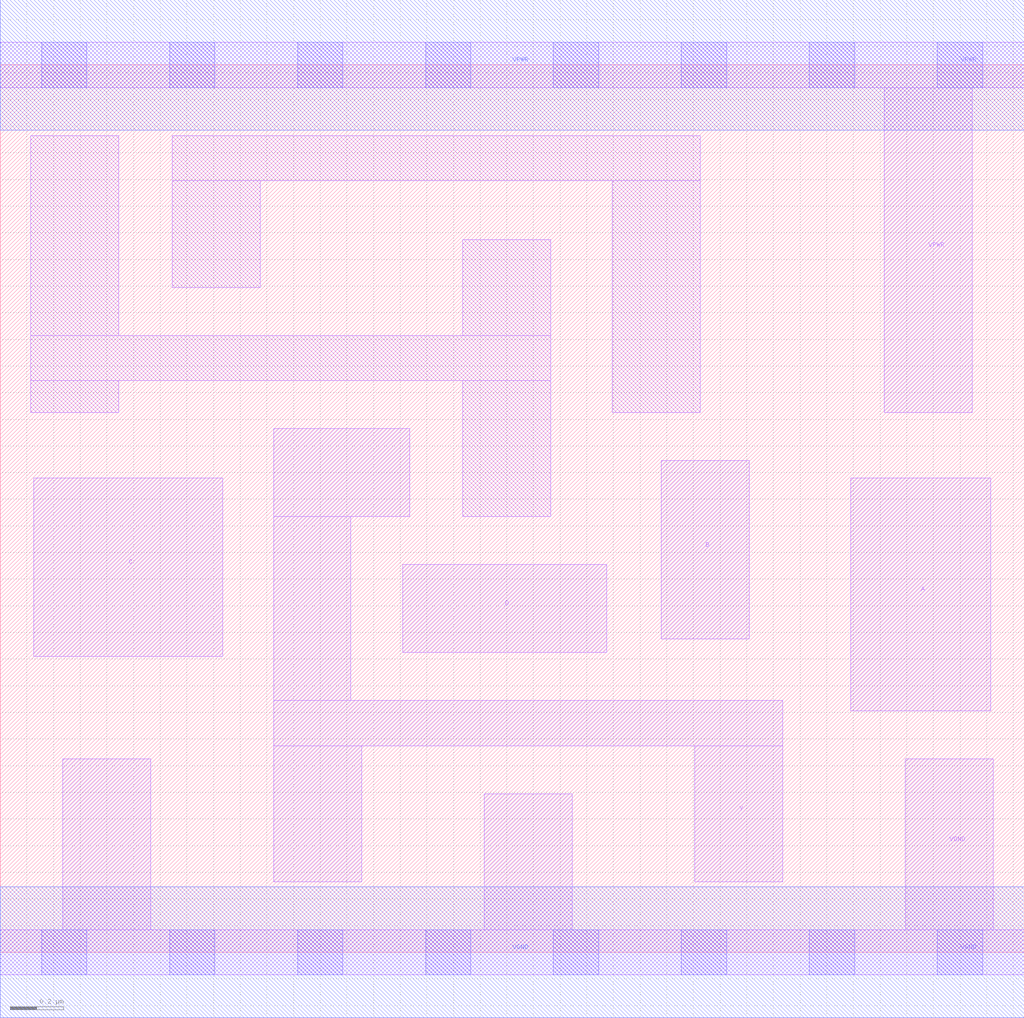
<source format=lef>
# Copyright 2020 The SkyWater PDK Authors
#
# Licensed under the Apache License, Version 2.0 (the "License");
# you may not use this file except in compliance with the License.
# You may obtain a copy of the License at
#
#     https://www.apache.org/licenses/LICENSE-2.0
#
# Unless required by applicable law or agreed to in writing, software
# distributed under the License is distributed on an "AS IS" BASIS,
# WITHOUT WARRANTIES OR CONDITIONS OF ANY KIND, either express or implied.
# See the License for the specific language governing permissions and
# limitations under the License.
#
# SPDX-License-Identifier: Apache-2.0

VERSION 5.7 ;
  NAMESCASESENSITIVE ON ;
  NOWIREEXTENSIONATPIN ON ;
  DIVIDERCHAR "/" ;
  BUSBITCHARS "[]" ;
UNITS
  DATABASE MICRONS 200 ;
END UNITS
MACRO sky130_fd_sc_lp__nor4_lp
  CLASS CORE ;
  SOURCE USER ;
  FOREIGN sky130_fd_sc_lp__nor4_lp ;
  ORIGIN  0.000000  0.000000 ;
  SIZE  3.840000 BY  3.330000 ;
  SYMMETRY X Y R90 ;
  SITE unit ;
  PIN A
    ANTENNAGATEAREA  0.376000 ;
    DIRECTION INPUT ;
    USE SIGNAL ;
    PORT
      LAYER li1 ;
        RECT 3.190000 0.905000 3.715000 1.780000 ;
    END
  END A
  PIN B
    ANTENNAGATEAREA  0.376000 ;
    DIRECTION INPUT ;
    USE SIGNAL ;
    PORT
      LAYER li1 ;
        RECT 2.480000 1.175000 2.810000 1.845000 ;
    END
  END B
  PIN C
    ANTENNAGATEAREA  0.376000 ;
    DIRECTION INPUT ;
    USE SIGNAL ;
    PORT
      LAYER li1 ;
        RECT 0.125000 1.110000 0.835000 1.780000 ;
    END
  END C
  PIN D
    ANTENNAGATEAREA  0.376000 ;
    DIRECTION INPUT ;
    USE SIGNAL ;
    PORT
      LAYER li1 ;
        RECT 1.510000 1.125000 2.275000 1.455000 ;
    END
  END D
  PIN Y
    ANTENNADIFFAREA  0.520200 ;
    DIRECTION OUTPUT ;
    USE SIGNAL ;
    PORT
      LAYER li1 ;
        RECT 1.025000 0.265000 1.355000 0.775000 ;
        RECT 1.025000 0.775000 2.935000 0.945000 ;
        RECT 1.025000 0.945000 1.315000 1.635000 ;
        RECT 1.025000 1.635000 1.535000 1.965000 ;
        RECT 2.605000 0.265000 2.935000 0.775000 ;
    END
  END Y
  PIN VGND
    DIRECTION INOUT ;
    USE GROUND ;
    PORT
      LAYER li1 ;
        RECT 0.000000 -0.085000 3.840000 0.085000 ;
        RECT 0.235000  0.085000 0.565000 0.725000 ;
        RECT 1.815000  0.085000 2.145000 0.595000 ;
        RECT 3.395000  0.085000 3.725000 0.725000 ;
      LAYER mcon ;
        RECT 0.155000 -0.085000 0.325000 0.085000 ;
        RECT 0.635000 -0.085000 0.805000 0.085000 ;
        RECT 1.115000 -0.085000 1.285000 0.085000 ;
        RECT 1.595000 -0.085000 1.765000 0.085000 ;
        RECT 2.075000 -0.085000 2.245000 0.085000 ;
        RECT 2.555000 -0.085000 2.725000 0.085000 ;
        RECT 3.035000 -0.085000 3.205000 0.085000 ;
        RECT 3.515000 -0.085000 3.685000 0.085000 ;
      LAYER met1 ;
        RECT 0.000000 -0.245000 3.840000 0.245000 ;
    END
  END VGND
  PIN VPWR
    DIRECTION INOUT ;
    USE POWER ;
    PORT
      LAYER li1 ;
        RECT 0.000000 3.245000 3.840000 3.415000 ;
        RECT 3.315000 2.025000 3.645000 3.245000 ;
      LAYER mcon ;
        RECT 0.155000 3.245000 0.325000 3.415000 ;
        RECT 0.635000 3.245000 0.805000 3.415000 ;
        RECT 1.115000 3.245000 1.285000 3.415000 ;
        RECT 1.595000 3.245000 1.765000 3.415000 ;
        RECT 2.075000 3.245000 2.245000 3.415000 ;
        RECT 2.555000 3.245000 2.725000 3.415000 ;
        RECT 3.035000 3.245000 3.205000 3.415000 ;
        RECT 3.515000 3.245000 3.685000 3.415000 ;
      LAYER met1 ;
        RECT 0.000000 3.085000 3.840000 3.575000 ;
    END
  END VPWR
  OBS
    LAYER li1 ;
      RECT 0.115000 2.025000 0.445000 2.145000 ;
      RECT 0.115000 2.145000 2.065000 2.315000 ;
      RECT 0.115000 2.315000 0.445000 3.065000 ;
      RECT 0.645000 2.495000 0.975000 2.895000 ;
      RECT 0.645000 2.895000 2.625000 3.065000 ;
      RECT 1.735000 1.635000 2.065000 2.145000 ;
      RECT 1.735000 2.315000 2.065000 2.675000 ;
      RECT 2.295000 2.025000 2.625000 2.895000 ;
  END
END sky130_fd_sc_lp__nor4_lp

</source>
